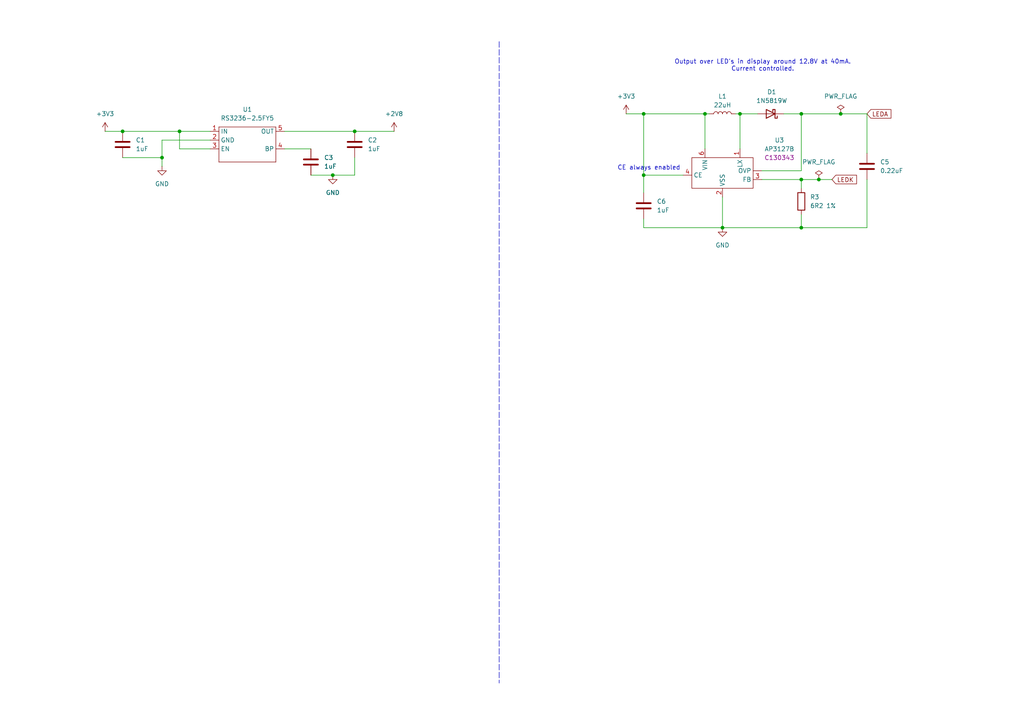
<source format=kicad_sch>
(kicad_sch (version 20231120) (generator "eeschema") (generator_version "8.0")
  (paper "A4")
  (lib_symbols
    (symbol "Device:C" (pin_numbers hide) (pin_names (offset 0.254))
      (property "Reference" "C" (at 0.635 2.54 0))
      (property "Value" "C" (at 0.635 -2.54 0))
      (symbol "C_0_1"
        (polyline (pts (xy -2.032 -0.762) (xy 2.032 -0.762)) (stroke (width 0.508)))
        (polyline (pts (xy -2.032 0.762) (xy 2.032 0.762)) (stroke (width 0.508)))
      )
      (symbol "C_1_1"
        (pin passive line (at 0 3.81 270) (length 2.794) (name "~") (number "1"))
        (pin passive line (at 0 -3.81 90) (length 2.794) (name "~") (number "2"))
      )
    )
    (symbol "Device:D_Schottky" (pin_numbers hide) (pin_names (offset 1.016) hide)
      (property "Reference" "D" (at 0 2.54 0))
      (property "Value" "D_Schottky" (at 0 -2.54 0))
      (symbol "D_Schottky_0_1"
        (polyline (pts (xy 1.27 0) (xy -1.27 0)))
        (polyline (pts (xy 1.27 1.27) (xy 1.27 -1.27) (xy -1.27 0) (xy 1.27 1.27)) (stroke (width 0.254)))
        (polyline (pts (xy -1.905 0.635) (xy -1.905 1.27) (xy -1.27 1.27) (xy -1.27 -1.27) (xy -0.635 -1.27) (xy -0.635 -0.635)) (stroke (width 0.254)))
      )
      (symbol "D_Schottky_1_1"
        (pin passive line (at -3.81 0 0) (length 2.54) (name "K") (number "1"))
        (pin passive line (at 3.81 0 180) (length 2.54) (name "A") (number "2"))
      )
    )
    (symbol "Device:L" (pin_numbers hide) (pin_names (offset 1.016) hide)
      (property "Reference" "L" (at -1.27 0 90))
      (property "Value" "L" (at 1.905 0 90))
      (symbol "L_0_1"
        (arc (start 0 -2.54) (mid 0.6323 -1.905) (end 0 -1.27))
        (arc (start 0 -1.27) (mid 0.6323 -0.635) (end 0 0))
        (arc (start 0 0) (mid 0.6323 0.635) (end 0 1.27))
        (arc (start 0 1.27) (mid 0.6323 1.905) (end 0 2.54))
      )
      (symbol "L_1_1"
        (pin passive line (at 0 3.81 270) (length 1.27) (name "1") (number "1"))
        (pin passive line (at 0 -3.81 90) (length 1.27) (name "2") (number "2"))
      )
    )
    (symbol "Device:R" (pin_numbers hide) (pin_names (offset 0))
      (property "Reference" "R" (at 2.032 0 90))
      (property "Value" "R" (at 0 0 90))
      (symbol "R_0_1"
        (rectangle (start -1.016 -2.54) (end 1.016 2.54) (stroke (width 0.254)))
      )
      (symbol "R_1_1"
        (pin passive line (at 0 3.81 270) (length 1.27) (name "~") (number "1"))
        (pin passive line (at 0 -3.81 90) (length 1.27) (name "~") (number "2"))
      )
    )
    (symbol "ap3127b-custom:ap3127b-sot-23-6l"
      (property "Reference" "U" (at 4.318 5.334 0))
      (property "Value" "AP3127B" (at 5.08 0 0))
      (property "LCSC" "C130343" (at -2.794 -7.874 0))
      (symbol "ap3127b-sot-23-6l_0_1"
        (polyline (pts (xy 3.81 -1.27) (xy 3.81 -1.27)))
        (polyline (pts (xy -3.81 3.81) (xy -3.81 -5.08) (xy 13.97 -5.08) (xy 13.97 3.81) (xy -3.81 3.81)))
      )
      (symbol "ap3127b-sot-23-6l_1_1"
        (pin input line (at 16.51 0 180) (length 2.54) (name "OVP") (number ""))
        (pin input line (at 10.16 6.35 270) (length 2.54) (name "LX") (number "1"))
        (pin input line (at 5.08 -7.62 90) (length 2.54) (name "VSS") (number "2"))
        (pin input line (at 16.51 -2.54 180) (length 2.54) (name "FB") (number "3"))
        (pin input line (at -6.35 -1.27 0) (length 2.54) (name "CE") (number "4"))
        (pin input line (at 0 6.35 270) (length 2.54) (name "VIN") (number "6"))
      )
    )
    (symbol "power:+2V8" (power) (pin_numbers hide) (pin_names (offset 0) hide)
      (property "Value" "+2V8" (at 0 3.556 0))
      (symbol "+2V8_0_1"
        (polyline (pts (xy -0.762 1.27) (xy 0 2.54)))
        (polyline (pts (xy 0 0) (xy 0 2.54)))
        (polyline (pts (xy 0 2.54) (xy 0.762 1.27)))
      )
      (symbol "+2V8_1_1"
        (pin power_in line (at 0 0 90) (length 0) (name "~") (number "1"))
      )
    )
    (symbol "power:+3V3" (power) (pin_numbers hide) (pin_names (offset 0) hide)
      (property "Value" "+3V3" (at 0 3.556 0))
      (symbol "+3V3_0_1"
        (polyline (pts (xy -0.762 1.27) (xy 0 2.54)))
        (polyline (pts (xy 0 0) (xy 0 2.54)))
        (polyline (pts (xy 0 2.54) (xy 0.762 1.27)))
      )
      (symbol "+3V3_1_1"
        (pin power_in line (at 0 0 90) (length 0) (name "~") (number "1"))
      )
    )
    (symbol "power:GND" (power) (pin_numbers hide) (pin_names (offset 0) hide)
      (property "Value" "GND" (at 0 -3.81 0))
      (symbol "GND_0_1"
        (polyline (pts (xy 0 0) (xy 0 -1.27) (xy 1.27 -1.27) (xy 0 -2.54) (xy -1.27 -1.27) (xy 0 -1.27)))
      )
      (symbol "GND_1_1"
        (pin power_in line (at 0 0 270) (length 0) (name "~") (number "1"))
      )
    )
    (symbol "power:PWR_FLAG" (power) (pin_numbers hide) (pin_names (offset 0) hide)
      (property "Value" "PWR_FLAG" (at 0 3.81 0))
      (symbol "PWR_FLAG_0_0"
        (pin power_out line (at 0 0 90) (length 0) (name "~") (number "1"))
      )
      (symbol "PWR_FLAG_0_1"
        (polyline (pts (xy 0 0) (xy 0 1.27) (xy -1.016 1.905) (xy 0 2.54) (xy 1.016 1.905) (xy 0 1.27)))
      )
    )
    (symbol "rs3236:rs3236-2.8yf5"
      (property "Reference" "U" (at 0 0 0))
      (property "Value" "RS3236-2.5FY5" (at 0 0 0))
      (symbol "rs3236-2.8yf5_0_1"
        (polyline (pts (xy -1.27 -1.27) (xy 15.24 -1.27)))
        (polyline (pts (xy -1.27 8.89) (xy -1.27 -1.27)))
        (polyline (pts (xy 15.24 8.89) (xy -1.27 8.89)))
        (polyline (pts (xy 15.24 8.89) (xy 15.24 -1.27)))
      )
      (symbol "rs3236-2.8yf5_1_1"
        (pin power_in line (at -3.81 7.62 0) (length 2.54) (name "IN") (number "1"))
        (pin power_in line (at -3.81 5.08 0) (length 2.54) (name "GND") (number "2"))
        (pin input line (at -3.81 2.54 0) (length 2.54) (name "EN") (number "3"))
        (pin output line (at 17.78 2.54 180) (length 2.54) (name "BP") (number "4"))
        (pin power_out line (at 17.78 7.62 180) (length 2.54) (name "OUT") (number "5"))
      )
    )
  )
  (junction (at 35.56 38.1))
  (junction (at 96.52 50.8))
  (junction (at 214.63 33.02))
  (junction (at 52.07 38.1))
  (junction (at 46.99 45.72))
  (junction (at 232.41 33.02))
  (junction (at 204.47 33.02))
  (junction (at 243.84 33.02))
  (junction (at 232.41 66.04))
  (junction (at 186.69 50.8))
  (junction (at 237.49 52.07))
  (junction (at 186.69 33.02))
  (junction (at 209.55 66.04))
  (junction (at 102.87 38.1))
  (junction (at 232.41 52.07))
  (wire (pts (xy 35.56 38.1) (xy 52.07 38.1)))
  (wire (pts (xy 102.87 50.8) (xy 102.87 45.72)))
  (wire (pts (xy 186.69 50.8) (xy 198.12 50.8)))
  (wire (pts (xy 214.63 33.02) (xy 214.63 43.18)))
  (wire (pts (xy 181.61 33.02) (xy 186.69 33.02)))
  (wire (pts (xy 209.55 66.04) (xy 186.69 66.04)))
  (wire (pts (xy 204.47 33.02) (xy 205.74 33.02)))
  (wire (pts (xy 60.96 40.64) (xy 46.99 40.64)))
  (wire (pts (xy 232.41 66.04) (xy 251.46 66.04)))
  (wire (pts (xy 232.41 52.07) (xy 237.49 52.07)))
  (wire (pts (xy 96.52 50.8) (xy 102.87 50.8)))
  (wire (pts (xy 220.98 49.53) (xy 232.41 49.53)))
  (wire (pts (xy 30.48 38.1) (xy 35.56 38.1)))
  (wire (pts (xy 237.49 52.07) (xy 241.3 52.07)))
  (wire (pts (xy 243.84 33.02) (xy 251.46 33.02)))
  (wire (pts (xy 213.36 33.02) (xy 214.63 33.02)))
  (wire (pts (xy 46.99 40.64) (xy 46.99 45.72)))
  (wire (pts (xy 251.46 33.02) (xy 251.46 44.45)))
  (wire (pts (xy 186.69 33.02) (xy 186.69 50.8)))
  (wire (pts (xy 60.96 43.18) (xy 52.07 43.18)))
  (wire (pts (xy 52.07 38.1) (xy 60.96 38.1)))
  (wire (pts (xy 82.55 43.18) (xy 90.17 43.18)))
  (wire (pts (xy 232.41 33.02) (xy 243.84 33.02)))
  (wire (pts (xy 186.69 66.04) (xy 186.69 63.5)))
  (wire (pts (xy 90.17 50.8) (xy 96.52 50.8)))
  (wire (pts (xy 209.55 66.04) (xy 232.41 66.04)))
  (wire (pts (xy 232.41 52.07) (xy 232.41 54.61)))
  (wire (pts (xy 214.63 33.02) (xy 219.71 33.02)))
  (polyline (pts (xy 144.78 12.065) (xy 144.78 198.12)) (stroke (width 0) (type dash)))
  (wire (pts (xy 227.33 33.02) (xy 232.41 33.02)))
  (wire (pts (xy 186.69 33.02) (xy 204.47 33.02)))
  (wire (pts (xy 220.98 52.07) (xy 232.41 52.07)))
  (wire (pts (xy 209.55 57.15) (xy 209.55 66.04)))
  (wire (pts (xy 102.87 38.1) (xy 114.3 38.1)))
  (wire (pts (xy 82.55 38.1) (xy 102.87 38.1)))
  (wire (pts (xy 186.69 50.8) (xy 186.69 55.88)))
  (wire (pts (xy 52.07 43.18) (xy 52.07 38.1)))
  (wire (pts (xy 251.46 52.07) (xy 251.46 66.04)))
  (wire (pts (xy 232.41 49.53) (xy 232.41 33.02)))
  (wire (pts (xy 46.99 45.72) (xy 46.99 48.26)))
  (wire (pts (xy 35.56 45.72) (xy 46.99 45.72)))
  (wire (pts (xy 204.47 33.02) (xy 204.47 43.18)))
  (wire (pts (xy 232.41 62.23) (xy 232.41 66.04)))
  (text "CE always enabled" (at 188.214 48.768 0) (effects (font (size 1.27 1.27))))
  (text "Output over LED's in display around 12.8V at 40mA.\nCurrent controlled." (at 221.234 19.05 0) (effects (font (size 1.27 1.27))))
  (global_label "LEDK" (shape input) (at 241.3 52.07 0) (property "Intersheetrefs" "${INTERSHEET_REFS}" (effects (hide yes))))
  (global_label "LEDA" (shape input) (at 251.46 33.02 0) (property "Intersheetrefs" "${INTERSHEET_REFS}" (effects (hide yes))))
  (symbol (lib_id "Device:D_Schottky") (at 223.52 33.02 180) (unit 1)
    (property "Reference" "D1" (at 223.8375 26.67 0))
    (property "Value" "1N5819W" (at 223.8375 29.21 0))
    (property "Footprint" "Diode_SMD:D_SOD-123" (effects (hide yes)))
    (property "Datasheet" "https://datasheet.lcsc.com/lcsc/1912111437_LGE-1N5819W_C402219.pdf" (effects (hide yes)))
    (property "Description" "Schottky diode" (effects (hide yes)))
    (property "LCSC" "C402219" (effects (hide yes)))
  )
  (symbol (lib_id "ap3127b-custom:ap3127b-sot-23-6l") (at 204.47 49.53 0) (unit 1)
    (property "Reference" "U3" (at 226.06 40.6714 0))
    (property "Value" "AP3127B" (at 226.06 43.2114 0))
    (property "Footprint" "Package_TO_SOT_SMD:SOT-23-6" (effects (hide yes)))
    (property "Datasheet" "https://file.remont-aud.net/baza/dc_dc/data/AP3127B.pdf" (effects (hide yes)))
    (property "Description" "Step-UP DC/DC converter / LED driver" (effects (hide yes)))
    (property "LCSC" "C130343" (at 226.06 45.7514 0))
  )
  (symbol (lib_id "Device:C") (at 251.46 48.26 0) (unit 1)
    (property "Reference" "C5" (at 255.27 46.9899 0) (effects (justify left)))
    (property "Value" "0.22uF" (at 255.27 49.5299 0) (effects (justify left)))
    (property "Footprint" "Capacitor_SMD:C_0603_1608Metric" (effects (hide yes)))
    (property "Description" "Unpolarized capacitor" (effects (hide yes)))
  )
  (symbol (lib_id "Device:R") (at 232.41 58.42 0) (unit 1)
    (property "Reference" "R3" (at 234.95 57.1499 0) (effects (justify left)))
    (property "Value" "6R2 1%" (at 234.95 59.6899 0) (effects (justify left)))
    (property "Footprint" "Resistor_SMD:R_0603_1608Metric" (effects (hide yes)))
    (property "Datasheet" "https://www.lcsc.com/datasheet/lcsc_datasheet_2304140030_RALEC-RTT036R34FTP_C166772.pdf" (effects (hide yes)))
    (property "Description" "Resistor" (effects (hide yes)))
    (property "lcsc" "C166772" (effects (hide yes)))
  )
  (symbol (lib_id "Device:C") (at 186.69 59.69 0) (unit 1)
    (property "Reference" "C6" (at 190.5 58.4199 0) (effects (justify left)))
    (property "Value" "1uF" (at 190.5 60.9599 0) (effects (justify left)))
    (property "Footprint" "Capacitor_SMD:C_0603_1608Metric" (effects (hide yes)))
    (property "Description" "Unpolarized capacitor" (effects (hide yes)))
  )
  (symbol (lib_id "power:+3V3") (at 181.61 33.02 0) (unit 1)
    (property "Reference" "#PWR014" (effects (hide yes)))
    (property "Value" "+3V3" (at 181.61 27.94 0))
    (property "Description" "Power symbol creates a global label with name \"+3V3\"" (effects (hide yes)))
  )
  (symbol (lib_id "power:PWR_FLAG") (at 237.49 52.07 0) (unit 1)
    (property "Reference" "#FLG01" (effects (hide yes)))
    (property "Value" "PWR_FLAG" (at 237.49 46.99 0))
    (property "Description" "Special symbol for telling ERC where power comes from" (effects (hide yes)))
  )
  (symbol (lib_id "Device:C") (at 90.17 46.99 0) (unit 1)
    (property "Reference" "C3" (at 93.98 45.7199 0) (effects (justify left)))
    (property "Value" "1uF" (at 93.98 48.2599 0) (effects (justify left)))
    (property "Footprint" "Capacitor_SMD:C_0603_1608Metric" (effects (hide yes)))
    (property "Description" "Unpolarized capacitor" (effects (hide yes)))
  )
  (symbol (lib_id "power:GND") (at 46.99 48.26 0) (unit 1)
    (property "Reference" "#PWR04" (effects (hide yes)))
    (property "Value" "GND" (at 46.99 53.34 0))
    (property "Description" "Power symbol creates a global label with name \"GND\" , ground" (effects (hide yes)))
  )
  (symbol (lib_id "power:GND") (at 96.52 50.8 0) (unit 1)
    (property "Reference" "#PWR06" (effects (hide yes)))
    (property "Value" "GND" (at 96.52 55.88 0))
    (property "Description" "Power symbol creates a global label with name \"GND\" , ground" (effects (hide yes)))
  )
  (symbol (lib_id "rs3236:rs3236-2.8yf5") (at 64.77 45.72 0) (unit 1)
    (property "Reference" "U1" (at 71.755 31.75 0))
    (property "Value" "RS3236-2.5FY5" (at 71.755 34.29 0))
    (property "Footprint" "Package_TO_SOT_SMD:SOT-23-5" (effects (hide yes)))
    (property "Datasheet" "https://www.lcsc.com/datasheet/lcsc_datasheet_2304140030_Jiangsu-RUNIC-Tech-RS3236-2-5YF5_C379344.pdf" (effects (hide yes)))
    (property "Description" "Low dropout 2.5V voltage regulator" (effects (hide yes)))
    (property "Lcsc" "C379345" (effects (hide yes)))
  )
  (symbol (lib_id "power:GND") (at 209.55 66.04 0) (unit 1)
    (property "Reference" "#PWR013" (effects (hide yes)))
    (property "Value" "GND" (at 209.55 71.12 0))
    (property "Description" "Power symbol creates a global label with name \"GND\" , ground" (effects (hide yes)))
  )
  (symbol (lib_id "power:+2V8") (at 114.3 38.1 0) (unit 1)
    (property "Reference" "#PWR05" (effects (hide yes)))
    (property "Value" "+2V8" (at 114.3 33.02 0))
    (property "Description" "Power symbol creates a global label with name \"+2V8\"" (effects (hide yes)))
  )
  (symbol (lib_id "Device:C") (at 102.87 41.91 0) (unit 1)
    (property "Reference" "C2" (at 106.68 40.6399 0) (effects (justify left)))
    (property "Value" "1uF" (at 106.68 43.1799 0) (effects (justify left)))
    (property "Footprint" "Capacitor_SMD:C_0603_1608Metric" (effects (hide yes)))
    (property "Description" "Unpolarized capacitor" (effects (hide yes)))
  )
  (symbol (lib_id "power:+3V3") (at 30.48 38.1 0) (unit 1)
    (property "Reference" "#PWR03" (effects (hide yes)))
    (property "Value" "+3V3" (at 30.48 33.02 0))
    (property "Description" "Power symbol creates a global label with name \"+3V3\"" (effects (hide yes)))
  )
  (symbol (lib_id "Device:L") (at 209.55 33.02 90) (unit 1)
    (property "Reference" "L1" (at 209.55 27.94 90))
    (property "Value" "22uH" (at 209.55 30.48 90))
    (property "Footprint" "Inductor_SMD:L_Changjiang_FNR252010S" (effects (hide yes)))
    (property "Datasheet" "https://www.lcsc.com/datasheet/lcsc_datasheet_2002271926_microgate-MPIT252012-220M-LF_C486445.pdf" (effects (hide yes)))
    (property "Description" "Inductor" (effects (hide yes)))
    (property "LCSC" "C486445" (effects (hide yes)))
  )
  (symbol (lib_id "Device:C") (at 35.56 41.91 0) (unit 1)
    (property "Reference" "C1" (at 39.37 40.6399 0) (effects (justify left)))
    (property "Value" "1uF" (at 39.37 43.1799 0) (effects (justify left)))
    (property "Footprint" "Capacitor_SMD:C_0603_1608Metric" (effects (hide yes)))
    (property "Description" "Unpolarized capacitor" (effects (hide yes)))
  )
  (symbol (lib_id "power:PWR_FLAG") (at 243.84 33.02 0) (unit 1)
    (property "Reference" "#FLG03" (effects (hide yes)))
    (property "Value" "PWR_FLAG" (at 243.84 27.94 0))
    (property "Description" "Special symbol for telling ERC where power comes from" (effects (hide yes)))
  )
)
</source>
